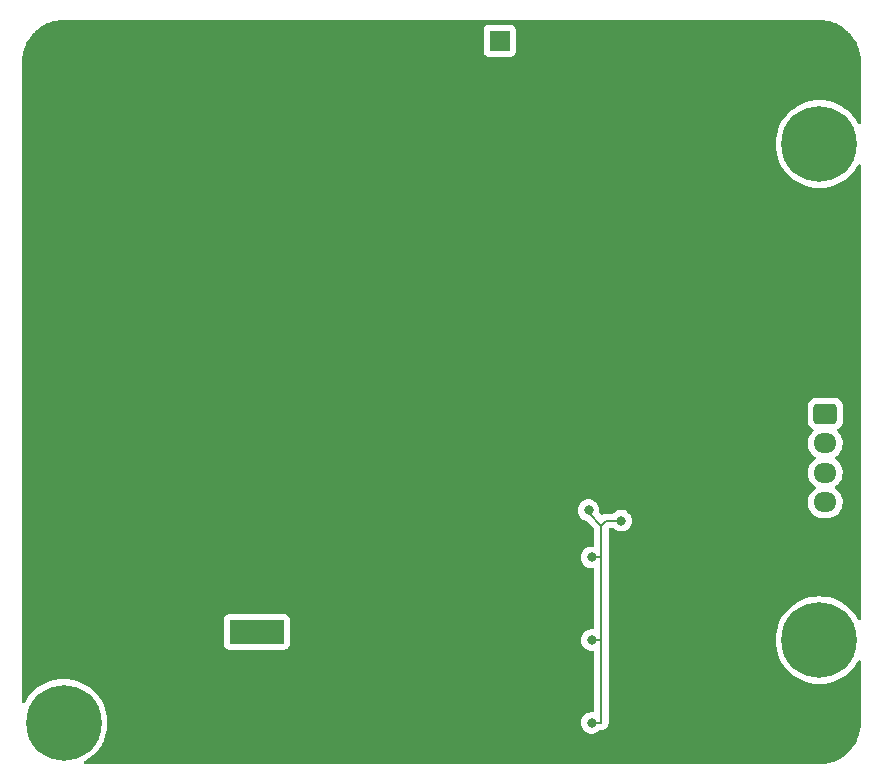
<source format=gbl>
%TF.GenerationSoftware,KiCad,Pcbnew,7.0.1*%
%TF.CreationDate,2023-04-29T01:33:37-04:00*%
%TF.ProjectId,PowerSection,506f7765-7253-4656-9374-696f6e2e6b69,rev?*%
%TF.SameCoordinates,Original*%
%TF.FileFunction,Copper,L2,Bot*%
%TF.FilePolarity,Positive*%
%FSLAX46Y46*%
G04 Gerber Fmt 4.6, Leading zero omitted, Abs format (unit mm)*
G04 Created by KiCad (PCBNEW 7.0.1) date 2023-04-29 01:33:37*
%MOMM*%
%LPD*%
G01*
G04 APERTURE LIST*
G04 Aperture macros list*
%AMRoundRect*
0 Rectangle with rounded corners*
0 $1 Rounding radius*
0 $2 $3 $4 $5 $6 $7 $8 $9 X,Y pos of 4 corners*
0 Add a 4 corners polygon primitive as box body*
4,1,4,$2,$3,$4,$5,$6,$7,$8,$9,$2,$3,0*
0 Add four circle primitives for the rounded corners*
1,1,$1+$1,$2,$3*
1,1,$1+$1,$4,$5*
1,1,$1+$1,$6,$7*
1,1,$1+$1,$8,$9*
0 Add four rect primitives between the rounded corners*
20,1,$1+$1,$2,$3,$4,$5,0*
20,1,$1+$1,$4,$5,$6,$7,0*
20,1,$1+$1,$6,$7,$8,$9,0*
20,1,$1+$1,$8,$9,$2,$3,0*%
G04 Aperture macros list end*
%TA.AperFunction,ComponentPad*%
%ADD10C,0.800000*%
%TD*%
%TA.AperFunction,ComponentPad*%
%ADD11C,6.400000*%
%TD*%
%TA.AperFunction,ComponentPad*%
%ADD12R,4.600000X2.000000*%
%TD*%
%TA.AperFunction,ComponentPad*%
%ADD13O,4.200000X2.000000*%
%TD*%
%TA.AperFunction,ComponentPad*%
%ADD14O,2.000000X4.200000*%
%TD*%
%TA.AperFunction,ComponentPad*%
%ADD15RoundRect,0.250000X-0.725000X0.600000X-0.725000X-0.600000X0.725000X-0.600000X0.725000X0.600000X0*%
%TD*%
%TA.AperFunction,ComponentPad*%
%ADD16O,1.950000X1.700000*%
%TD*%
%TA.AperFunction,ComponentPad*%
%ADD17R,1.700000X1.700000*%
%TD*%
%TA.AperFunction,ComponentPad*%
%ADD18O,1.700000X1.700000*%
%TD*%
%TA.AperFunction,ViaPad*%
%ADD19C,0.800000*%
%TD*%
%TA.AperFunction,Conductor*%
%ADD20C,0.200000*%
%TD*%
G04 APERTURE END LIST*
D10*
%TO.P,H2,1,1*%
%TO.N,GND*%
X99100000Y-49500000D03*
X99802944Y-47802944D03*
X99802944Y-51197056D03*
X101500000Y-47100000D03*
D11*
X101500000Y-49500000D03*
D10*
X101500000Y-51900000D03*
X103197056Y-47802944D03*
X103197056Y-51197056D03*
X103900000Y-49500000D03*
%TD*%
D12*
%TO.P,12V1,1*%
%TO.N,12-20V*%
X117856000Y-97790000D03*
D13*
%TO.P,12V1,2*%
%TO.N,GND*%
X117856000Y-104090000D03*
D14*
%TO.P,12V1,3*%
X122656000Y-100690000D03*
%TD*%
D10*
%TO.P,H3,1,1*%
%TO.N,Htr+*%
X163100000Y-56500000D03*
X163802944Y-54802944D03*
X163802944Y-58197056D03*
X165500000Y-54100000D03*
D11*
X165500000Y-56500000D03*
D10*
X165500000Y-58900000D03*
X167197056Y-54802944D03*
X167197056Y-58197056D03*
X167900000Y-56500000D03*
%TD*%
D15*
%TO.P,J1,1,Pin_1*%
%TO.N,PWM*%
X165990000Y-79328000D03*
D16*
%TO.P,J1,2,Pin_2*%
%TO.N,Vin*%
X165990000Y-81828000D03*
%TO.P,J1,3,Pin_3*%
%TO.N,Vihi*%
X165990000Y-84328000D03*
%TO.P,J1,4,Pin_4*%
%TO.N,Vilo*%
X165990000Y-86828000D03*
%TO.P,J1,5,Pin_5*%
%TO.N,GND*%
X165990000Y-89328000D03*
%TD*%
D17*
%TO.P,J2,1,Pin_1*%
%TO.N,VS*%
X138430000Y-47752000D03*
D18*
%TO.P,J2,2,Pin_2*%
%TO.N,GND*%
X140970000Y-47752000D03*
%TD*%
D10*
%TO.P,H1,1,1*%
%TO.N,12-20V*%
X99100000Y-105500000D03*
X99802944Y-103802944D03*
X99802944Y-107197056D03*
X101500000Y-103100000D03*
D11*
X101500000Y-105500000D03*
D10*
X101500000Y-107900000D03*
X103197056Y-103802944D03*
X103197056Y-107197056D03*
X103900000Y-105500000D03*
%TD*%
%TO.P,H4,1,1*%
%TO.N,Pshunt+*%
X163100000Y-98500000D03*
X163802944Y-96802944D03*
X163802944Y-100197056D03*
X165500000Y-96100000D03*
D11*
X165500000Y-98500000D03*
D10*
X165500000Y-100900000D03*
X167197056Y-96802944D03*
X167197056Y-100197056D03*
X167900000Y-98500000D03*
%TD*%
D19*
%TO.N,GND*%
X151994000Y-88392000D03*
X147000000Y-85098000D03*
X116210000Y-87313000D03*
%TO.N,Vshunt-*%
X148718000Y-88392000D03*
X145950000Y-87500000D03*
X146212000Y-98500000D03*
X146212000Y-91500000D03*
X146212000Y-105500000D03*
%TD*%
D20*
%TO.N,Vshunt-*%
X145950000Y-87702000D02*
X147044000Y-88796000D01*
X147448000Y-88392000D02*
X148718000Y-88392000D01*
X146212000Y-91500000D02*
X147044000Y-91500000D01*
X145950000Y-87500000D02*
X145950000Y-87702000D01*
X147044000Y-91500000D02*
X147044000Y-88796000D01*
X146212000Y-105500000D02*
X147044000Y-105500000D01*
X147044000Y-98500000D02*
X147044000Y-91500000D01*
X147044000Y-105500000D02*
X147044000Y-98500000D01*
X147044000Y-88796000D02*
X147448000Y-88392000D01*
X146212000Y-98500000D02*
X147044000Y-98500000D01*
%TD*%
%TA.AperFunction,Conductor*%
%TO.N,GND*%
G36*
X165503032Y-46000649D02*
G01*
X165507592Y-46000873D01*
X165652569Y-46007995D01*
X165811947Y-46016347D01*
X165815058Y-46016551D01*
X165858915Y-46020003D01*
X165867308Y-46020955D01*
X166021398Y-46043812D01*
X166022030Y-46043909D01*
X166174386Y-46068040D01*
X166177451Y-46068567D01*
X166206597Y-46073968D01*
X166214073Y-46075595D01*
X166371300Y-46114979D01*
X166373114Y-46115449D01*
X166529414Y-46157330D01*
X166532483Y-46158196D01*
X166546364Y-46162307D01*
X166552888Y-46164439D01*
X166710563Y-46220856D01*
X166713174Y-46221824D01*
X166872086Y-46282825D01*
X166880642Y-46286484D01*
X167036896Y-46360386D01*
X167040035Y-46361928D01*
X167191118Y-46438909D01*
X167198540Y-46443019D01*
X167283013Y-46493650D01*
X167347036Y-46532024D01*
X167350823Y-46534387D01*
X167492654Y-46626494D01*
X167498984Y-46630891D01*
X167638207Y-46734145D01*
X167642376Y-46737377D01*
X167773632Y-46843665D01*
X167778866Y-46848149D01*
X167839574Y-46903172D01*
X167907388Y-46964635D01*
X167911796Y-46968832D01*
X168031166Y-47088202D01*
X168035363Y-47092610D01*
X168151845Y-47221128D01*
X168156333Y-47226366D01*
X168262621Y-47357622D01*
X168265853Y-47361791D01*
X168369107Y-47501014D01*
X168373504Y-47507344D01*
X168465611Y-47649175D01*
X168467974Y-47652962D01*
X168556971Y-47801443D01*
X168561098Y-47808897D01*
X168638036Y-47959895D01*
X168639646Y-47963174D01*
X168713510Y-48119348D01*
X168717179Y-48127926D01*
X168778165Y-48286800D01*
X168779152Y-48289463D01*
X168835552Y-48447088D01*
X168837696Y-48453649D01*
X168841799Y-48467502D01*
X168842679Y-48470622D01*
X168884530Y-48626811D01*
X168885039Y-48628775D01*
X168924396Y-48785896D01*
X168926036Y-48793431D01*
X168931421Y-48822489D01*
X168931970Y-48825686D01*
X168956040Y-48977656D01*
X168956225Y-48978859D01*
X168979039Y-49132654D01*
X168979999Y-49141120D01*
X168983443Y-49184882D01*
X168983655Y-49188122D01*
X168991984Y-49347058D01*
X168991881Y-49347063D01*
X168992006Y-49347462D01*
X168999351Y-49496967D01*
X168999500Y-49503052D01*
X168999500Y-54682986D01*
X168982232Y-54746107D01*
X168935238Y-54791648D01*
X168871605Y-54806925D01*
X168809058Y-54787683D01*
X168765015Y-54739281D01*
X168716060Y-54643201D01*
X168504359Y-54317210D01*
X168504357Y-54317207D01*
X168259734Y-54015124D01*
X167984876Y-53740266D01*
X167682793Y-53495643D01*
X167682791Y-53495642D01*
X167682789Y-53495640D01*
X167356799Y-53283939D01*
X167010452Y-53107467D01*
X166647563Y-52968167D01*
X166272093Y-52867560D01*
X165888177Y-52806753D01*
X165518412Y-52787375D01*
X165500000Y-52786411D01*
X165499999Y-52786411D01*
X165111822Y-52806753D01*
X164727906Y-52867560D01*
X164352436Y-52968167D01*
X163989547Y-53107467D01*
X163643201Y-53283939D01*
X163317210Y-53495640D01*
X163015121Y-53740268D01*
X162740268Y-54015121D01*
X162495640Y-54317210D01*
X162283939Y-54643201D01*
X162107467Y-54989547D01*
X161968167Y-55352436D01*
X161867560Y-55727906D01*
X161806753Y-56111822D01*
X161786411Y-56500000D01*
X161806753Y-56888177D01*
X161867560Y-57272093D01*
X161968167Y-57647563D01*
X162107467Y-58010452D01*
X162283939Y-58356799D01*
X162495640Y-58682789D01*
X162495643Y-58682793D01*
X162740266Y-58984876D01*
X163015124Y-59259734D01*
X163317207Y-59504357D01*
X163317209Y-59504358D01*
X163317210Y-59504359D01*
X163643200Y-59716060D01*
X163989547Y-59892532D01*
X164352438Y-60031833D01*
X164727901Y-60132438D01*
X164727904Y-60132438D01*
X164727906Y-60132439D01*
X165111822Y-60193246D01*
X165148648Y-60195175D01*
X165500000Y-60213589D01*
X165868846Y-60194258D01*
X165888177Y-60193246D01*
X166272093Y-60132439D01*
X166272093Y-60132438D01*
X166272099Y-60132438D01*
X166647562Y-60031833D01*
X167010453Y-59892532D01*
X167356795Y-59716062D01*
X167356794Y-59716062D01*
X167356799Y-59716060D01*
X167519794Y-59610209D01*
X167682793Y-59504357D01*
X167984876Y-59259734D01*
X168259734Y-58984876D01*
X168504357Y-58682793D01*
X168716062Y-58356795D01*
X168765015Y-58260718D01*
X168809057Y-58212317D01*
X168871605Y-58193075D01*
X168935237Y-58208352D01*
X168982232Y-58253893D01*
X168999500Y-58317014D01*
X168999500Y-96682986D01*
X168982232Y-96746107D01*
X168935238Y-96791648D01*
X168871605Y-96806925D01*
X168809058Y-96787683D01*
X168765015Y-96739281D01*
X168716060Y-96643201D01*
X168504359Y-96317210D01*
X168480714Y-96288011D01*
X168259734Y-96015124D01*
X167984876Y-95740266D01*
X167682793Y-95495643D01*
X167682791Y-95495642D01*
X167682789Y-95495640D01*
X167356799Y-95283939D01*
X167010452Y-95107467D01*
X166647563Y-94968167D01*
X166272093Y-94867560D01*
X165888177Y-94806753D01*
X165500000Y-94786411D01*
X165111822Y-94806753D01*
X164727906Y-94867560D01*
X164352436Y-94968167D01*
X163989547Y-95107467D01*
X163643201Y-95283939D01*
X163317210Y-95495640D01*
X163015121Y-95740268D01*
X162740268Y-96015121D01*
X162495640Y-96317210D01*
X162283939Y-96643201D01*
X162107467Y-96989547D01*
X161968167Y-97352436D01*
X161867560Y-97727906D01*
X161806753Y-98111822D01*
X161786411Y-98500000D01*
X161806753Y-98888177D01*
X161867560Y-99272093D01*
X161968167Y-99647563D01*
X162107467Y-100010452D01*
X162283939Y-100356799D01*
X162495640Y-100682789D01*
X162495643Y-100682793D01*
X162740266Y-100984876D01*
X163015124Y-101259734D01*
X163317207Y-101504357D01*
X163317209Y-101504358D01*
X163317210Y-101504359D01*
X163643200Y-101716060D01*
X163989547Y-101892532D01*
X164352438Y-102031833D01*
X164727901Y-102132438D01*
X164727904Y-102132438D01*
X164727906Y-102132439D01*
X165111822Y-102193246D01*
X165148648Y-102195175D01*
X165500000Y-102213589D01*
X165868846Y-102194258D01*
X165888177Y-102193246D01*
X166272093Y-102132439D01*
X166272093Y-102132438D01*
X166272099Y-102132438D01*
X166647562Y-102031833D01*
X167010453Y-101892532D01*
X167356795Y-101716062D01*
X167356794Y-101716062D01*
X167356799Y-101716060D01*
X167519793Y-101610209D01*
X167682793Y-101504357D01*
X167984876Y-101259734D01*
X168259734Y-100984876D01*
X168504357Y-100682793D01*
X168716062Y-100356795D01*
X168765015Y-100260718D01*
X168809057Y-100212317D01*
X168871605Y-100193075D01*
X168935237Y-100208352D01*
X168982232Y-100253893D01*
X168999500Y-100317014D01*
X168999500Y-105496948D01*
X168999351Y-105503033D01*
X168992008Y-105652484D01*
X168991987Y-105652889D01*
X168983655Y-105811875D01*
X168983443Y-105815113D01*
X168979999Y-105858878D01*
X168979039Y-105867345D01*
X168956225Y-106021139D01*
X168956040Y-106022342D01*
X168931971Y-106174306D01*
X168931422Y-106177501D01*
X168926036Y-106206567D01*
X168924396Y-106214104D01*
X168885035Y-106371239D01*
X168884526Y-106373203D01*
X168842678Y-106529382D01*
X168841797Y-106532504D01*
X168837698Y-106546343D01*
X168835555Y-106552902D01*
X168779147Y-106710550D01*
X168778160Y-106713213D01*
X168717183Y-106872064D01*
X168713514Y-106880642D01*
X168639646Y-107036824D01*
X168638036Y-107040103D01*
X168561098Y-107191101D01*
X168556971Y-107198555D01*
X168467974Y-107347036D01*
X168465611Y-107350823D01*
X168373504Y-107492654D01*
X168369107Y-107498984D01*
X168265853Y-107638207D01*
X168262621Y-107642376D01*
X168156333Y-107773632D01*
X168151845Y-107778870D01*
X168035363Y-107907388D01*
X168031166Y-107911796D01*
X167911796Y-108031166D01*
X167907388Y-108035363D01*
X167778870Y-108151845D01*
X167773632Y-108156333D01*
X167642376Y-108262621D01*
X167638207Y-108265853D01*
X167498984Y-108369107D01*
X167492654Y-108373504D01*
X167350823Y-108465611D01*
X167347036Y-108467974D01*
X167198555Y-108556971D01*
X167191101Y-108561098D01*
X167040103Y-108638036D01*
X167036824Y-108639646D01*
X166880642Y-108713514D01*
X166872064Y-108717183D01*
X166713213Y-108778160D01*
X166710550Y-108779147D01*
X166552902Y-108835555D01*
X166546343Y-108837698D01*
X166532504Y-108841797D01*
X166529382Y-108842678D01*
X166373203Y-108884526D01*
X166371239Y-108885035D01*
X166214104Y-108924396D01*
X166206567Y-108926036D01*
X166177501Y-108931422D01*
X166174306Y-108931971D01*
X166022342Y-108956040D01*
X166021139Y-108956225D01*
X165867345Y-108979039D01*
X165858878Y-108979999D01*
X165815113Y-108983443D01*
X165811875Y-108983655D01*
X165652889Y-108991987D01*
X165652484Y-108992008D01*
X165503033Y-108999351D01*
X165496948Y-108999500D01*
X103317014Y-108999500D01*
X103253893Y-108982232D01*
X103208352Y-108935237D01*
X103193075Y-108871605D01*
X103212317Y-108809057D01*
X103260719Y-108765015D01*
X103356795Y-108716062D01*
X103682793Y-108504357D01*
X103984876Y-108259734D01*
X104259734Y-107984876D01*
X104504357Y-107682793D01*
X104659289Y-107444218D01*
X104716060Y-107356799D01*
X104821606Y-107149653D01*
X104892532Y-107010453D01*
X105031833Y-106647562D01*
X105132438Y-106272099D01*
X105158350Y-106108500D01*
X105193246Y-105888177D01*
X105197245Y-105811875D01*
X105213589Y-105500000D01*
X105193246Y-105111824D01*
X105169683Y-104963056D01*
X105132439Y-104727906D01*
X105127342Y-104708882D01*
X105031833Y-104352438D01*
X104892532Y-103989547D01*
X104736331Y-103682986D01*
X104716060Y-103643201D01*
X104504359Y-103317210D01*
X104504357Y-103317207D01*
X104259734Y-103015124D01*
X103984876Y-102740266D01*
X103682793Y-102495643D01*
X103682791Y-102495642D01*
X103682789Y-102495640D01*
X103356799Y-102283939D01*
X103010452Y-102107467D01*
X102647563Y-101968167D01*
X102272093Y-101867560D01*
X101888177Y-101806753D01*
X101500000Y-101786411D01*
X101111822Y-101806753D01*
X100727906Y-101867560D01*
X100352436Y-101968167D01*
X99989547Y-102107467D01*
X99643201Y-102283939D01*
X99317210Y-102495640D01*
X99015121Y-102740268D01*
X98740268Y-103015121D01*
X98495640Y-103317210D01*
X98283939Y-103643201D01*
X98234985Y-103739281D01*
X98190942Y-103787683D01*
X98128395Y-103806925D01*
X98064762Y-103791648D01*
X98017768Y-103746107D01*
X98000500Y-103682986D01*
X98000500Y-98838634D01*
X115047500Y-98838634D01*
X115054011Y-98899205D01*
X115105110Y-99036203D01*
X115192738Y-99153261D01*
X115309796Y-99240889D01*
X115446794Y-99291988D01*
X115446797Y-99291988D01*
X115446799Y-99291989D01*
X115507362Y-99298500D01*
X120204634Y-99298500D01*
X120204638Y-99298500D01*
X120265201Y-99291989D01*
X120265203Y-99291988D01*
X120265205Y-99291988D01*
X120343124Y-99262924D01*
X120402204Y-99240889D01*
X120519261Y-99153261D01*
X120606889Y-99036204D01*
X120657989Y-98899201D01*
X120664500Y-98838638D01*
X120664500Y-96741362D01*
X120657989Y-96680799D01*
X120657988Y-96680797D01*
X120657988Y-96680794D01*
X120606889Y-96543796D01*
X120519261Y-96426738D01*
X120402203Y-96339110D01*
X120265205Y-96288011D01*
X120234919Y-96284755D01*
X120204638Y-96281500D01*
X115507362Y-96281500D01*
X115480445Y-96284393D01*
X115446794Y-96288011D01*
X115309796Y-96339110D01*
X115192738Y-96426738D01*
X115105110Y-96543796D01*
X115054011Y-96680794D01*
X115047500Y-96741366D01*
X115047500Y-98838634D01*
X98000500Y-98838634D01*
X98000500Y-87500000D01*
X145036496Y-87500000D01*
X145056458Y-87689929D01*
X145115472Y-87871556D01*
X145210957Y-88036941D01*
X145210960Y-88036944D01*
X145338747Y-88178866D01*
X145493248Y-88291118D01*
X145667712Y-88368794D01*
X145744220Y-88385056D01*
X145777601Y-88397371D01*
X145806115Y-88418664D01*
X146399181Y-89011730D01*
X146426061Y-89051958D01*
X146435500Y-89099411D01*
X146435500Y-90467500D01*
X146418887Y-90529500D01*
X146373500Y-90574887D01*
X146311500Y-90591500D01*
X146116511Y-90591500D01*
X145929714Y-90631204D01*
X145755248Y-90708881D01*
X145600748Y-90821133D01*
X145472957Y-90963058D01*
X145377472Y-91128443D01*
X145318458Y-91310070D01*
X145298496Y-91499999D01*
X145318458Y-91689929D01*
X145377472Y-91871556D01*
X145472957Y-92036941D01*
X145472960Y-92036944D01*
X145600747Y-92178866D01*
X145755247Y-92291117D01*
X145755248Y-92291118D01*
X145929714Y-92368795D01*
X146116511Y-92408500D01*
X146311500Y-92408500D01*
X146373500Y-92425113D01*
X146418887Y-92470500D01*
X146435500Y-92532500D01*
X146435500Y-97467500D01*
X146418887Y-97529500D01*
X146373500Y-97574887D01*
X146311500Y-97591500D01*
X146116511Y-97591500D01*
X145929714Y-97631204D01*
X145755248Y-97708881D01*
X145600748Y-97821133D01*
X145472957Y-97963058D01*
X145377472Y-98128443D01*
X145318458Y-98310070D01*
X145298496Y-98500000D01*
X145318458Y-98689929D01*
X145377472Y-98871556D01*
X145472957Y-99036941D01*
X145472960Y-99036944D01*
X145600747Y-99178866D01*
X145729071Y-99272099D01*
X145755248Y-99291118D01*
X145929714Y-99368795D01*
X146116511Y-99408500D01*
X146311500Y-99408500D01*
X146373500Y-99425113D01*
X146418887Y-99470500D01*
X146435500Y-99532500D01*
X146435500Y-104467500D01*
X146418887Y-104529500D01*
X146373500Y-104574887D01*
X146311500Y-104591500D01*
X146116511Y-104591500D01*
X145929714Y-104631204D01*
X145755248Y-104708881D01*
X145600748Y-104821133D01*
X145472957Y-104963058D01*
X145377472Y-105128443D01*
X145318458Y-105310070D01*
X145298496Y-105499999D01*
X145318458Y-105689929D01*
X145377472Y-105871556D01*
X145472957Y-106036941D01*
X145472960Y-106036944D01*
X145600747Y-106178866D01*
X145729071Y-106272099D01*
X145755248Y-106291118D01*
X145929714Y-106368795D01*
X146116511Y-106408500D01*
X146116513Y-106408500D01*
X146307487Y-106408500D01*
X146307489Y-106408500D01*
X146494285Y-106368795D01*
X146494286Y-106368794D01*
X146494288Y-106368794D01*
X146668752Y-106291118D01*
X146823253Y-106178866D01*
X146849669Y-106149527D01*
X146891383Y-106119220D01*
X146941819Y-106108500D01*
X146995989Y-106108500D01*
X147012173Y-106109560D01*
X147044000Y-106113751D01*
X147202850Y-106092838D01*
X147350875Y-106031524D01*
X147477987Y-105933987D01*
X147518007Y-105881832D01*
X147575524Y-105806876D01*
X147636838Y-105658850D01*
X147657751Y-105500000D01*
X147653560Y-105468173D01*
X147652500Y-105451989D01*
X147652500Y-98548011D01*
X147653561Y-98531825D01*
X147657751Y-98500000D01*
X147653560Y-98468173D01*
X147652500Y-98451989D01*
X147652500Y-91548011D01*
X147653561Y-91531825D01*
X147657751Y-91500000D01*
X147653560Y-91468173D01*
X147652500Y-91451989D01*
X147652500Y-89124500D01*
X147669113Y-89062500D01*
X147714500Y-89017113D01*
X147776500Y-89000500D01*
X147988181Y-89000500D01*
X148038617Y-89011220D01*
X148080330Y-89041527D01*
X148089722Y-89051958D01*
X148106746Y-89070865D01*
X148261248Y-89183118D01*
X148435714Y-89260795D01*
X148622511Y-89300500D01*
X148622513Y-89300500D01*
X148813487Y-89300500D01*
X148813489Y-89300500D01*
X149000285Y-89260795D01*
X149000286Y-89260794D01*
X149000288Y-89260794D01*
X149174752Y-89183118D01*
X149329253Y-89070866D01*
X149457040Y-88928944D01*
X149552527Y-88763556D01*
X149611542Y-88581928D01*
X149631504Y-88392000D01*
X149611542Y-88202072D01*
X149557888Y-88036944D01*
X149552527Y-88020443D01*
X149457042Y-87855058D01*
X149406713Y-87799162D01*
X149329253Y-87713134D01*
X149232901Y-87643130D01*
X149174751Y-87600881D01*
X149000285Y-87523204D01*
X148813489Y-87483500D01*
X148813487Y-87483500D01*
X148622513Y-87483500D01*
X148622511Y-87483500D01*
X148435714Y-87523204D01*
X148261248Y-87600881D01*
X148106746Y-87713134D01*
X148080331Y-87742472D01*
X148038617Y-87772780D01*
X147988181Y-87783500D01*
X147496004Y-87783500D01*
X147479819Y-87782439D01*
X147476629Y-87782019D01*
X147448000Y-87778249D01*
X147419370Y-87782019D01*
X147416180Y-87782439D01*
X147416166Y-87782440D01*
X147289150Y-87799162D01*
X147141122Y-87860477D01*
X147130013Y-87869001D01*
X147076060Y-87892738D01*
X147017242Y-87888881D01*
X146966851Y-87858302D01*
X146881077Y-87772528D01*
X146851870Y-87726239D01*
X146845437Y-87671891D01*
X146863504Y-87500000D01*
X146843542Y-87310072D01*
X146784527Y-87128444D01*
X146784527Y-87128443D01*
X146689042Y-86963058D01*
X146669442Y-86941291D01*
X146561253Y-86821134D01*
X146491062Y-86770137D01*
X164502816Y-86770137D01*
X164512630Y-87001175D01*
X164561351Y-87227240D01*
X164594636Y-87310072D01*
X164647574Y-87441813D01*
X164745517Y-87600882D01*
X164768822Y-87638731D01*
X164848066Y-87728771D01*
X164921602Y-87812324D01*
X165073778Y-87935197D01*
X165101524Y-87957600D01*
X165303408Y-88070380D01*
X165521452Y-88147420D01*
X165749372Y-88186500D01*
X165749375Y-88186500D01*
X166172713Y-88186500D01*
X166172716Y-88186500D01*
X166262408Y-88178866D01*
X166345418Y-88171801D01*
X166569207Y-88113530D01*
X166779929Y-88018278D01*
X166971523Y-87888783D01*
X167138476Y-87728772D01*
X167275985Y-87542847D01*
X167380095Y-87336357D01*
X167447811Y-87115243D01*
X167477184Y-86885865D01*
X167467369Y-86654822D01*
X167418649Y-86428762D01*
X167332426Y-86214187D01*
X167211179Y-86017270D01*
X167058398Y-85843676D01*
X166963704Y-85767216D01*
X166878473Y-85698397D01*
X166854432Y-85684967D01*
X166809317Y-85641727D01*
X166791019Y-85581976D01*
X166804185Y-85520888D01*
X166845468Y-85473981D01*
X166971523Y-85388783D01*
X167138476Y-85228772D01*
X167275985Y-85042847D01*
X167380095Y-84836357D01*
X167447811Y-84615243D01*
X167477184Y-84385865D01*
X167467369Y-84154822D01*
X167418649Y-83928762D01*
X167332426Y-83714187D01*
X167211179Y-83517270D01*
X167058398Y-83343676D01*
X166963704Y-83267216D01*
X166878473Y-83198397D01*
X166854432Y-83184967D01*
X166809317Y-83141727D01*
X166791019Y-83081976D01*
X166804185Y-83020888D01*
X166845468Y-82973981D01*
X166971523Y-82888783D01*
X167138476Y-82728772D01*
X167275985Y-82542847D01*
X167380095Y-82336357D01*
X167447811Y-82115243D01*
X167477184Y-81885865D01*
X167467369Y-81654822D01*
X167418649Y-81428762D01*
X167332426Y-81214187D01*
X167211179Y-81017270D01*
X167058398Y-80843676D01*
X167028777Y-80819759D01*
X166993159Y-80773179D01*
X166982925Y-80715440D01*
X167000366Y-80659455D01*
X167041579Y-80617745D01*
X167188652Y-80527030D01*
X167314030Y-80401652D01*
X167407115Y-80250738D01*
X167462887Y-80082426D01*
X167473500Y-79978545D01*
X167473499Y-78677456D01*
X167462887Y-78573574D01*
X167407115Y-78405262D01*
X167314030Y-78254348D01*
X167314029Y-78254347D01*
X167314028Y-78254345D01*
X167188654Y-78128971D01*
X167037736Y-78035884D01*
X166869426Y-77980112D01*
X166775173Y-77970483D01*
X166765544Y-77969500D01*
X165214455Y-77969500D01*
X165110574Y-77980112D01*
X164942263Y-78035884D01*
X164791345Y-78128971D01*
X164665971Y-78254345D01*
X164572884Y-78405263D01*
X164517112Y-78573573D01*
X164506500Y-78677455D01*
X164506500Y-79978544D01*
X164517112Y-80082425D01*
X164572884Y-80250736D01*
X164665971Y-80401654D01*
X164791346Y-80527029D01*
X164791348Y-80527030D01*
X164939508Y-80618416D01*
X164979342Y-80657883D01*
X164997717Y-80710865D01*
X164990874Y-80766523D01*
X164960211Y-80813475D01*
X164841524Y-80927227D01*
X164704015Y-81113152D01*
X164599905Y-81319642D01*
X164532189Y-81540756D01*
X164502816Y-81770137D01*
X164512630Y-82001175D01*
X164561351Y-82227240D01*
X164605198Y-82336357D01*
X164647574Y-82441813D01*
X164768821Y-82638730D01*
X164768822Y-82638731D01*
X164921600Y-82812322D01*
X165101524Y-82957600D01*
X165125566Y-82971031D01*
X165170682Y-83014271D01*
X165188980Y-83074022D01*
X165175815Y-83135110D01*
X165134529Y-83182020D01*
X165008477Y-83267216D01*
X164841523Y-83427228D01*
X164704015Y-83613152D01*
X164599905Y-83819642D01*
X164532189Y-84040756D01*
X164502816Y-84270137D01*
X164512630Y-84501175D01*
X164561351Y-84727240D01*
X164605198Y-84836357D01*
X164647574Y-84941813D01*
X164768821Y-85138730D01*
X164768822Y-85138731D01*
X164921600Y-85312322D01*
X165101524Y-85457600D01*
X165125566Y-85471031D01*
X165170682Y-85514271D01*
X165188980Y-85574022D01*
X165175815Y-85635110D01*
X165134529Y-85682020D01*
X165008477Y-85767216D01*
X164841523Y-85927228D01*
X164704015Y-86113152D01*
X164599905Y-86319642D01*
X164532189Y-86540756D01*
X164502816Y-86770137D01*
X146491062Y-86770137D01*
X146406752Y-86708882D01*
X146406751Y-86708881D01*
X146232285Y-86631204D01*
X146045489Y-86591500D01*
X146045487Y-86591500D01*
X145854513Y-86591500D01*
X145854511Y-86591500D01*
X145667714Y-86631204D01*
X145493248Y-86708881D01*
X145338748Y-86821133D01*
X145210957Y-86963058D01*
X145115472Y-87128443D01*
X145056458Y-87310070D01*
X145036496Y-87500000D01*
X98000500Y-87500000D01*
X98000500Y-49503051D01*
X98000649Y-49496967D01*
X98008004Y-49347238D01*
X98016348Y-49188047D01*
X98016551Y-49184946D01*
X98020003Y-49141078D01*
X98020954Y-49132698D01*
X98043819Y-48978550D01*
X98043896Y-48978054D01*
X98068031Y-48825674D01*
X98068576Y-48822503D01*
X98069580Y-48817083D01*
X98073969Y-48793396D01*
X98075593Y-48785934D01*
X98109484Y-48650634D01*
X137071500Y-48650634D01*
X137078011Y-48711205D01*
X137129110Y-48848203D01*
X137216738Y-48965261D01*
X137333796Y-49052889D01*
X137470794Y-49103988D01*
X137470797Y-49103988D01*
X137470799Y-49103989D01*
X137531362Y-49110500D01*
X139328634Y-49110500D01*
X139328638Y-49110500D01*
X139389201Y-49103989D01*
X139389203Y-49103988D01*
X139389205Y-49103988D01*
X139467124Y-49074924D01*
X139526204Y-49052889D01*
X139643261Y-48965261D01*
X139730889Y-48848204D01*
X139781989Y-48711201D01*
X139788500Y-48650638D01*
X139788500Y-46853362D01*
X139781989Y-46792799D01*
X139781988Y-46792797D01*
X139781988Y-46792794D01*
X139730889Y-46655796D01*
X139643261Y-46538738D01*
X139526203Y-46451110D01*
X139389205Y-46400011D01*
X139358919Y-46396755D01*
X139328638Y-46393500D01*
X137531362Y-46393500D01*
X137504445Y-46396393D01*
X137470794Y-46400011D01*
X137333796Y-46451110D01*
X137216738Y-46538738D01*
X137129110Y-46655796D01*
X137078011Y-46792794D01*
X137071500Y-46853366D01*
X137071500Y-48650634D01*
X98109484Y-48650634D01*
X98114995Y-48628635D01*
X98115433Y-48626944D01*
X98157336Y-48470562D01*
X98158198Y-48467509D01*
X98158200Y-48467502D01*
X98162313Y-48453614D01*
X98164428Y-48447141D01*
X98220878Y-48289376D01*
X98221802Y-48286881D01*
X98282830Y-48127900D01*
X98286482Y-48119360D01*
X98360400Y-47963074D01*
X98361901Y-47960017D01*
X98438922Y-47808856D01*
X98443004Y-47801483D01*
X98532041Y-47652933D01*
X98534369Y-47649203D01*
X98626501Y-47507333D01*
X98630891Y-47501014D01*
X98696730Y-47412240D01*
X98734163Y-47361767D01*
X98737363Y-47357639D01*
X98843682Y-47226345D01*
X98848118Y-47221168D01*
X98964675Y-47092567D01*
X98968792Y-47088243D01*
X99088243Y-46968792D01*
X99092567Y-46964675D01*
X99221168Y-46848118D01*
X99226345Y-46843682D01*
X99357639Y-46737363D01*
X99361767Y-46734163D01*
X99501014Y-46630891D01*
X99507333Y-46626501D01*
X99649203Y-46534369D01*
X99652933Y-46532041D01*
X99801483Y-46443004D01*
X99808856Y-46438922D01*
X99960017Y-46361901D01*
X99963074Y-46360400D01*
X100119360Y-46286482D01*
X100127900Y-46282830D01*
X100286881Y-46221802D01*
X100289376Y-46220878D01*
X100447141Y-46164428D01*
X100453614Y-46162313D01*
X100467530Y-46158191D01*
X100470562Y-46157336D01*
X100626944Y-46115433D01*
X100628635Y-46114995D01*
X100785934Y-46075593D01*
X100793396Y-46073969D01*
X100817083Y-46069580D01*
X100822503Y-46068576D01*
X100825674Y-46068031D01*
X100978054Y-46043896D01*
X100978550Y-46043819D01*
X101132698Y-46020954D01*
X101141078Y-46020003D01*
X101184946Y-46016551D01*
X101188047Y-46016348D01*
X101347285Y-46008002D01*
X101493634Y-46000812D01*
X101496968Y-46000649D01*
X101503051Y-46000500D01*
X165496949Y-46000500D01*
X165503032Y-46000649D01*
G37*
%TD.AperFunction*%
%TD*%
M02*

</source>
